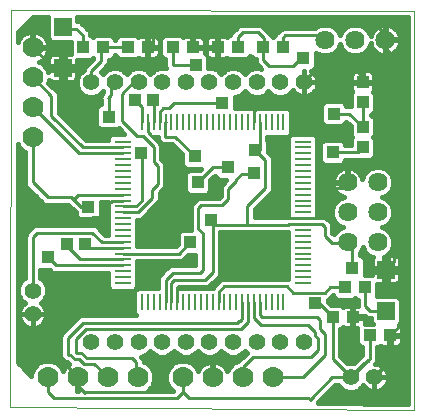
<source format=gtl>
G75*
%MOIN*%
%OFA0B0*%
%FSLAX25Y25*%
%IPPOS*%
%LPD*%
%AMOC8*
5,1,8,0,0,1.08239X$1,22.5*
%
%ADD10C,0.00000*%
%ADD11C,0.05600*%
%ADD12C,0.05550*%
%ADD13C,0.07000*%
%ADD14R,0.04331X0.03937*%
%ADD15C,0.06400*%
%ADD16R,0.05906X0.05906*%
%ADD17R,0.03937X0.04331*%
%ADD18R,0.05800X0.01100*%
%ADD19R,0.01100X0.05800*%
%ADD20R,0.04362X0.04362*%
%ADD21C,0.01000*%
%ADD22C,0.01200*%
%ADD23C,0.01600*%
D10*
X0009280Y0005500D02*
X0009497Y0138078D01*
X0143930Y0137649D01*
X0143814Y0004635D01*
X0009280Y0005500D01*
D11*
X0016780Y0036563D03*
X0016780Y0044437D03*
X0122843Y0015500D03*
X0130717Y0015500D03*
D12*
X0107213Y0027193D03*
X0099339Y0027193D03*
X0091465Y0027193D03*
X0083591Y0027193D03*
X0075717Y0027193D03*
X0067843Y0027193D03*
X0059969Y0027193D03*
X0052094Y0027193D03*
X0044220Y0027193D03*
X0036346Y0027193D03*
X0036346Y0113807D03*
X0044220Y0113807D03*
X0052094Y0113807D03*
X0059969Y0113807D03*
X0067843Y0113807D03*
X0075717Y0113807D03*
X0083591Y0113807D03*
X0091465Y0113807D03*
X0099339Y0113807D03*
X0107213Y0113807D03*
D13*
X0016780Y0115500D03*
X0016780Y0105500D03*
X0016780Y0095500D03*
X0016780Y0125500D03*
X0021780Y0015500D03*
X0031780Y0015500D03*
X0041780Y0015500D03*
X0051780Y0015500D03*
X0066780Y0015500D03*
X0076780Y0015500D03*
X0086780Y0015500D03*
X0096780Y0015500D03*
D14*
X0116840Y0035645D03*
X0123532Y0035645D03*
X0129220Y0029464D03*
X0135913Y0029464D03*
X0100126Y0125500D03*
X0093433Y0125500D03*
X0085126Y0125500D03*
X0078433Y0125500D03*
X0070126Y0125500D03*
X0063433Y0125500D03*
X0055126Y0125500D03*
X0048433Y0125500D03*
D15*
X0114280Y0128000D03*
X0124280Y0128000D03*
X0134280Y0128000D03*
X0131780Y0080500D03*
X0131780Y0070500D03*
X0131780Y0060500D03*
X0121780Y0060500D03*
X0121780Y0070500D03*
X0121780Y0080500D03*
D16*
X0134629Y0051427D03*
X0134629Y0037648D03*
X0026780Y0118610D03*
X0026780Y0132390D03*
D17*
X0033433Y0125500D03*
X0040126Y0125500D03*
X0120933Y0045500D03*
X0127626Y0045500D03*
X0126780Y0092154D03*
X0126780Y0098846D03*
X0126780Y0107154D03*
X0126780Y0113846D03*
D18*
X0106780Y0094100D03*
X0106780Y0092200D03*
X0106780Y0090200D03*
X0106780Y0088200D03*
X0106780Y0086200D03*
X0106780Y0084300D03*
X0106780Y0082300D03*
X0106780Y0080300D03*
X0106780Y0078400D03*
X0106780Y0076400D03*
X0106780Y0074400D03*
X0106780Y0072500D03*
X0106780Y0070500D03*
X0106780Y0068500D03*
X0106780Y0066600D03*
X0106780Y0064600D03*
X0106780Y0062600D03*
X0106780Y0060700D03*
X0106780Y0058700D03*
X0106780Y0056700D03*
X0106780Y0054800D03*
X0106780Y0052800D03*
X0106780Y0050800D03*
X0106780Y0048800D03*
X0106780Y0046900D03*
X0046780Y0046900D03*
X0046780Y0048800D03*
X0046780Y0050800D03*
X0046780Y0052800D03*
X0046780Y0054800D03*
X0046780Y0056700D03*
X0046780Y0058700D03*
X0046780Y0060700D03*
X0046780Y0062600D03*
X0046780Y0064600D03*
X0046780Y0066600D03*
X0046780Y0068500D03*
X0046780Y0070500D03*
X0046780Y0072500D03*
X0046780Y0074400D03*
X0046780Y0076400D03*
X0046780Y0078400D03*
X0046780Y0080300D03*
X0046780Y0082300D03*
X0046780Y0084300D03*
X0046780Y0086200D03*
X0046780Y0088200D03*
X0046780Y0090200D03*
X0046780Y0092200D03*
X0046780Y0094100D03*
D19*
X0053180Y0100500D03*
X0055080Y0100500D03*
X0057080Y0100500D03*
X0059080Y0100500D03*
X0061080Y0100500D03*
X0062980Y0100500D03*
X0064980Y0100500D03*
X0066980Y0100500D03*
X0068880Y0100500D03*
X0070880Y0100500D03*
X0072880Y0100500D03*
X0074780Y0100500D03*
X0076780Y0100500D03*
X0078780Y0100500D03*
X0080680Y0100500D03*
X0082680Y0100500D03*
X0084680Y0100500D03*
X0086580Y0100500D03*
X0088580Y0100500D03*
X0090580Y0100500D03*
X0092480Y0100500D03*
X0094480Y0100500D03*
X0096480Y0100500D03*
X0098480Y0100500D03*
X0100380Y0100500D03*
X0100380Y0040500D03*
X0098480Y0040500D03*
X0096480Y0040500D03*
X0094480Y0040500D03*
X0092480Y0040500D03*
X0090580Y0040500D03*
X0088580Y0040500D03*
X0086580Y0040500D03*
X0084680Y0040500D03*
X0082680Y0040500D03*
X0080680Y0040500D03*
X0078780Y0040500D03*
X0076780Y0040500D03*
X0074780Y0040500D03*
X0072880Y0040500D03*
X0070880Y0040500D03*
X0068880Y0040500D03*
X0066980Y0040500D03*
X0064980Y0040500D03*
X0062980Y0040500D03*
X0061080Y0040500D03*
X0059080Y0040500D03*
X0057080Y0040500D03*
X0055080Y0040500D03*
X0053180Y0040500D03*
D20*
X0069280Y0060500D03*
X0076380Y0068010D03*
X0071780Y0080500D03*
X0070773Y0089254D03*
X0060981Y0091301D03*
X0052905Y0090249D03*
X0042206Y0102431D03*
X0035111Y0106273D03*
X0051028Y0107851D03*
X0056756Y0108121D03*
X0071144Y0119486D03*
X0079993Y0106929D03*
X0090968Y0091322D03*
X0090596Y0083533D03*
X0081780Y0085500D03*
X0099048Y0069934D03*
X0099126Y0062595D03*
X0110908Y0040167D03*
X0123260Y0052095D03*
X0122445Y0022198D03*
X0116780Y0090500D03*
X0117127Y0103417D03*
X0107066Y0121917D03*
X0038689Y0067241D03*
X0035300Y0072405D03*
X0034209Y0059832D03*
X0028110Y0059860D03*
X0021780Y0055500D03*
X0019880Y0068320D03*
D21*
X0020959Y0067241D01*
X0038689Y0067241D01*
X0039280Y0067831D01*
X0039280Y0070500D01*
X0043180Y0074400D01*
X0046780Y0074400D01*
X0046780Y0072500D02*
X0051230Y0072500D01*
X0053080Y0074350D01*
X0053080Y0090074D01*
X0052905Y0090249D01*
X0057121Y0092246D02*
X0057121Y0087272D01*
X0058538Y0085855D01*
X0058538Y0080036D01*
X0056620Y0078117D01*
X0056620Y0076403D01*
X0056659Y0076363D01*
X0056659Y0075380D01*
X0051780Y0070500D01*
X0046780Y0070500D01*
X0046775Y0076396D02*
X0046780Y0076400D01*
X0046775Y0076396D02*
X0032045Y0076396D01*
X0030469Y0074820D01*
X0030365Y0074820D01*
X0029685Y0075500D01*
X0021780Y0075500D01*
X0016780Y0080500D01*
X0016780Y0095500D01*
X0022999Y0102716D02*
X0022999Y0109280D01*
X0016780Y0115500D01*
X0023669Y0118610D02*
X0016780Y0125500D01*
X0023669Y0118610D02*
X0026780Y0118610D01*
X0026860Y0118530D01*
X0026860Y0112724D01*
X0033311Y0106273D01*
X0035111Y0106273D01*
X0041892Y0108533D02*
X0042206Y0108218D01*
X0042206Y0102431D01*
X0046439Y0100841D02*
X0046643Y0100841D01*
X0051679Y0095805D01*
X0053561Y0095805D01*
X0057121Y0092246D01*
X0060981Y0091301D02*
X0055080Y0097203D01*
X0055080Y0100500D01*
X0053180Y0100500D02*
X0053180Y0105700D01*
X0051028Y0107851D01*
X0046439Y0109957D02*
X0050288Y0113807D01*
X0052094Y0113807D01*
X0046439Y0109957D02*
X0046439Y0100841D01*
X0046780Y0092200D02*
X0033515Y0092200D01*
X0022999Y0102716D01*
X0016780Y0105500D02*
X0032080Y0090200D01*
X0046780Y0090200D01*
X0057080Y0100500D02*
X0057080Y0106984D01*
X0056756Y0108121D01*
X0060190Y0105215D02*
X0062298Y0105215D01*
X0064019Y0106937D01*
X0079985Y0106937D01*
X0079993Y0106929D01*
X0090580Y0104300D02*
X0090580Y0100500D01*
X0092480Y0100500D02*
X0092480Y0091322D01*
X0090968Y0091322D01*
X0094381Y0087909D01*
X0094381Y0078637D01*
X0088256Y0072512D01*
X0088256Y0066302D01*
X0102031Y0066302D01*
X0102043Y0066314D01*
X0102329Y0066600D01*
X0106780Y0066600D01*
X0113320Y0066600D01*
X0114190Y0065730D01*
X0114190Y0062740D01*
X0116741Y0060188D01*
X0121468Y0060188D01*
X0121780Y0060500D01*
X0123260Y0059020D01*
X0123260Y0052095D01*
X0120933Y0045500D02*
X0116024Y0045500D01*
X0114229Y0043706D01*
X0103645Y0043706D01*
X0101502Y0045849D01*
X0080711Y0045849D01*
X0078780Y0043918D01*
X0078780Y0040500D01*
X0075029Y0045526D02*
X0075335Y0045832D01*
X0075440Y0045832D01*
X0077961Y0048353D01*
X0077961Y0048353D01*
X0079327Y0049718D01*
X0079327Y0059381D01*
X0079432Y0059486D01*
X0079432Y0060431D01*
X0080377Y0061377D01*
X0091093Y0061377D01*
X0091874Y0062157D01*
X0098689Y0062157D01*
X0099126Y0062595D01*
X0102043Y0066314D02*
X0078076Y0066314D01*
X0076380Y0068010D01*
X0076780Y0067610D01*
X0076780Y0050500D01*
X0074285Y0048005D01*
X0063953Y0048005D01*
X0062980Y0047032D01*
X0062980Y0040500D01*
X0061080Y0040500D02*
X0061080Y0047965D01*
X0063497Y0050383D01*
X0072597Y0050383D01*
X0073468Y0051254D01*
X0073468Y0063502D01*
X0071980Y0064989D01*
X0072068Y0065077D01*
X0072068Y0071901D01*
X0073030Y0072863D01*
X0079855Y0072863D01*
X0081956Y0074963D01*
X0081956Y0078353D01*
X0084650Y0081048D01*
X0084650Y0081503D01*
X0086573Y0083426D01*
X0090489Y0083426D01*
X0090596Y0083533D01*
X0081780Y0085500D02*
X0076780Y0085500D01*
X0071780Y0080500D01*
X0070773Y0089254D02*
X0064355Y0095671D01*
X0061068Y0095671D01*
X0061076Y0095680D01*
X0061076Y0100497D01*
X0061080Y0100500D01*
X0059080Y0100500D02*
X0059080Y0104105D01*
X0060190Y0105215D01*
X0063455Y0119486D02*
X0063455Y0125478D01*
X0063433Y0125500D01*
X0067739Y0131339D02*
X0069757Y0129322D01*
X0071521Y0131086D01*
X0071521Y0131087D01*
X0071774Y0131339D01*
X0076059Y0131339D01*
X0078433Y0128965D01*
X0078433Y0125500D01*
X0078315Y0125618D01*
X0078315Y0129069D01*
X0081833Y0132588D01*
X0131610Y0132588D01*
X0134280Y0129918D01*
X0134280Y0128000D01*
X0134280Y0125314D01*
X0137374Y0122220D01*
X0137374Y0061139D01*
X0137374Y0054172D01*
X0134629Y0051427D01*
X0137298Y0051427D01*
X0139134Y0049592D01*
X0139134Y0032684D01*
X0135913Y0029464D01*
X0135913Y0020697D01*
X0135126Y0019909D01*
X0129220Y0021878D02*
X0128433Y0021091D01*
X0129220Y0021878D02*
X0129220Y0029464D01*
X0123532Y0023286D02*
X0123532Y0035645D01*
X0127588Y0039269D02*
X0127588Y0045462D01*
X0127626Y0045500D01*
X0127588Y0039269D02*
X0129209Y0037648D01*
X0134629Y0037648D01*
X0123532Y0023286D02*
X0122445Y0022198D01*
X0116840Y0021503D02*
X0122843Y0015500D01*
X0116622Y0015500D01*
X0109507Y0008385D01*
X0109507Y0007856D01*
X0108711Y0008652D01*
X0068864Y0008652D01*
X0066780Y0010737D01*
X0066780Y0015500D01*
X0066780Y0010500D01*
X0064806Y0008526D01*
X0023877Y0008526D01*
X0021780Y0010624D01*
X0021780Y0015500D01*
X0028665Y0023027D02*
X0029294Y0023027D01*
X0030807Y0021514D01*
X0032318Y0021514D01*
X0033831Y0020000D01*
X0037279Y0020000D01*
X0041780Y0015500D01*
X0034213Y0010544D02*
X0034086Y0010418D01*
X0031780Y0012724D01*
X0031780Y0015500D01*
X0016780Y0030500D01*
X0016780Y0036563D01*
X0016780Y0044437D02*
X0016780Y0062201D01*
X0018332Y0063754D01*
X0036729Y0063754D01*
X0039881Y0060602D01*
X0046681Y0060602D01*
X0046780Y0060700D01*
X0046780Y0058700D02*
X0035342Y0058700D01*
X0034209Y0059832D01*
X0032480Y0054800D02*
X0028110Y0059169D01*
X0028110Y0059860D01*
X0032480Y0054800D02*
X0046780Y0054800D01*
X0046780Y0052800D02*
X0024480Y0052800D01*
X0021780Y0055500D01*
X0032780Y0072405D02*
X0030365Y0074820D01*
X0032780Y0072405D02*
X0035300Y0072405D01*
X0046780Y0056700D02*
X0065480Y0056700D01*
X0069280Y0060500D01*
X0064980Y0045526D02*
X0075029Y0045526D01*
X0064980Y0045526D02*
X0064980Y0040500D01*
X0059787Y0021465D02*
X0057371Y0019049D01*
X0057371Y0013286D01*
X0054629Y0010544D01*
X0034213Y0010544D01*
X0034786Y0021947D02*
X0049919Y0021947D01*
X0051319Y0020547D01*
X0051319Y0015961D01*
X0051780Y0015500D01*
X0059787Y0021465D02*
X0074600Y0021465D01*
X0076780Y0019285D01*
X0076780Y0015500D01*
X0086780Y0015500D02*
X0086780Y0018822D01*
X0090352Y0022395D01*
X0109567Y0022395D01*
X0111892Y0024721D01*
X0111892Y0028607D01*
X0111052Y0029447D01*
X0111052Y0030602D01*
X0108741Y0032913D01*
X0093029Y0032913D01*
X0090706Y0035236D01*
X0090706Y0037156D01*
X0090590Y0037271D01*
X0090590Y0040489D01*
X0090580Y0040500D01*
X0092480Y0040500D02*
X0092543Y0040436D01*
X0092543Y0036298D01*
X0093111Y0035731D01*
X0111575Y0035731D01*
X0112629Y0034677D01*
X0112629Y0031472D01*
X0114273Y0029828D01*
X0114273Y0022993D01*
X0106780Y0015500D01*
X0096780Y0015500D01*
X0086335Y0031653D02*
X0034456Y0031653D01*
X0032464Y0029661D01*
X0032464Y0029646D01*
X0031152Y0028334D01*
X0031152Y0023831D01*
X0031287Y0023697D01*
X0033036Y0023697D01*
X0034786Y0021947D01*
X0028665Y0023027D02*
X0028413Y0023279D01*
X0028413Y0028575D01*
X0033595Y0033757D01*
X0084910Y0033757D01*
X0085435Y0034282D01*
X0085959Y0034282D01*
X0086580Y0034902D01*
X0086580Y0040500D01*
X0088580Y0040500D02*
X0088580Y0033897D01*
X0086335Y0031653D01*
X0110908Y0040167D02*
X0112317Y0040167D01*
X0116840Y0035645D01*
X0116840Y0021503D01*
X0137407Y0061106D02*
X0137374Y0061139D01*
X0120004Y0078724D02*
X0121780Y0080500D01*
X0120004Y0078724D02*
X0116781Y0078724D01*
X0113981Y0075924D01*
X0113981Y0069189D01*
X0113292Y0068500D01*
X0106780Y0068500D01*
X0100482Y0068500D01*
X0099048Y0069934D01*
X0116780Y0090500D02*
X0125126Y0090500D01*
X0126780Y0092154D01*
X0126780Y0098846D02*
X0122209Y0103417D01*
X0117127Y0103417D01*
X0126780Y0107154D02*
X0126780Y0098846D01*
X0126780Y0113846D02*
X0131817Y0113846D01*
X0134393Y0116423D01*
X0134393Y0127886D01*
X0134280Y0128000D01*
X0124974Y0117305D02*
X0126780Y0115500D01*
X0126780Y0113846D01*
X0124974Y0117305D02*
X0110198Y0117305D01*
X0107213Y0114319D01*
X0107213Y0113807D01*
X0107174Y0113768D01*
X0107174Y0108734D01*
X0103940Y0105500D01*
X0091780Y0105500D01*
X0090580Y0104300D01*
X0095725Y0119192D02*
X0093605Y0121311D01*
X0093605Y0125328D01*
X0093433Y0125500D01*
X0093792Y0125859D01*
X0093792Y0128596D01*
X0091889Y0130500D01*
X0086780Y0130500D01*
X0085126Y0128846D01*
X0085126Y0125500D01*
X0095725Y0119192D02*
X0103436Y0119192D01*
X0106161Y0121917D01*
X0107066Y0121917D01*
X0100126Y0125500D02*
X0100126Y0128735D01*
X0100933Y0129542D01*
X0112738Y0129542D01*
X0114280Y0128000D01*
X0071144Y0119486D02*
X0063455Y0119486D01*
X0069757Y0125869D02*
X0070126Y0125500D01*
X0069757Y0125869D02*
X0069757Y0129322D01*
X0067739Y0131339D02*
X0058666Y0131339D01*
X0056780Y0129453D01*
X0056780Y0125500D01*
X0055126Y0125500D01*
X0048433Y0125500D02*
X0040126Y0125500D01*
X0039599Y0124973D01*
X0039599Y0120892D01*
X0036346Y0117640D01*
X0036346Y0113807D01*
X0041892Y0108533D02*
X0042839Y0109481D01*
X0042839Y0112426D01*
X0044220Y0113807D01*
X0033433Y0125500D02*
X0033433Y0129737D01*
X0031410Y0131760D01*
X0027409Y0131760D01*
X0026780Y0132390D01*
X0053080Y0074350D02*
X0053080Y0074350D01*
D22*
X0122843Y0015500D02*
X0128433Y0021091D01*
X0130717Y0015500D02*
X0135126Y0019909D01*
D23*
X0134225Y0018497D02*
X0133713Y0019009D01*
X0133127Y0019434D01*
X0132482Y0019763D01*
X0131794Y0019987D01*
X0131079Y0020100D01*
X0130978Y0020100D01*
X0131340Y0020462D01*
X0131720Y0021380D01*
X0131720Y0025495D01*
X0132214Y0025495D01*
X0132726Y0026007D01*
X0133053Y0025818D01*
X0133511Y0025695D01*
X0135729Y0025695D01*
X0135729Y0029279D01*
X0136097Y0029279D01*
X0136097Y0025695D01*
X0138316Y0025695D01*
X0138773Y0025818D01*
X0139184Y0026055D01*
X0139519Y0026390D01*
X0139756Y0026800D01*
X0139879Y0027258D01*
X0139879Y0029279D01*
X0136098Y0029279D01*
X0136098Y0029648D01*
X0139879Y0029648D01*
X0139879Y0031669D01*
X0139756Y0032127D01*
X0139519Y0032537D01*
X0139184Y0032872D01*
X0138806Y0033091D01*
X0139582Y0033867D01*
X0139582Y0041429D01*
X0138411Y0042601D01*
X0131594Y0042601D01*
X0131594Y0046675D01*
X0133953Y0046675D01*
X0133953Y0050751D01*
X0135306Y0050751D01*
X0135306Y0052104D01*
X0139382Y0052104D01*
X0139382Y0054617D01*
X0139259Y0055075D01*
X0139023Y0055485D01*
X0138687Y0055821D01*
X0138277Y0056058D01*
X0137819Y0056180D01*
X0135306Y0056180D01*
X0135306Y0052104D01*
X0133953Y0052104D01*
X0133953Y0055772D01*
X0134725Y0056092D01*
X0136188Y0057554D01*
X0136980Y0059466D01*
X0136980Y0061534D01*
X0136188Y0063446D01*
X0134725Y0064908D01*
X0133297Y0065500D01*
X0134725Y0066092D01*
X0136188Y0067554D01*
X0136980Y0069466D01*
X0136980Y0071534D01*
X0136188Y0073446D01*
X0134725Y0074908D01*
X0133297Y0075500D01*
X0134725Y0076092D01*
X0136188Y0077554D01*
X0136980Y0079466D01*
X0136980Y0081534D01*
X0136188Y0083446D01*
X0134725Y0084908D01*
X0132814Y0085700D01*
X0130745Y0085700D01*
X0128834Y0084908D01*
X0127371Y0083446D01*
X0126647Y0081698D01*
X0126413Y0082419D01*
X0126056Y0083121D01*
X0125593Y0083757D01*
X0125037Y0084314D01*
X0124400Y0084776D01*
X0123699Y0085134D01*
X0122950Y0085377D01*
X0122173Y0085500D01*
X0121865Y0085500D01*
X0121865Y0080586D01*
X0121694Y0080586D01*
X0121694Y0085500D01*
X0121386Y0085500D01*
X0120609Y0085377D01*
X0119860Y0085134D01*
X0119159Y0084776D01*
X0118522Y0084314D01*
X0117966Y0083757D01*
X0117503Y0083121D01*
X0117146Y0082419D01*
X0116903Y0081671D01*
X0116780Y0080894D01*
X0116780Y0080586D01*
X0121694Y0080586D01*
X0121694Y0080414D01*
X0116780Y0080414D01*
X0116780Y0080106D01*
X0116903Y0079329D01*
X0117146Y0078581D01*
X0117503Y0077879D01*
X0117966Y0077243D01*
X0118522Y0076686D01*
X0119159Y0076224D01*
X0119860Y0075866D01*
X0120581Y0075632D01*
X0118834Y0074908D01*
X0117371Y0073446D01*
X0116580Y0071534D01*
X0116580Y0069466D01*
X0117371Y0067554D01*
X0118834Y0066092D01*
X0120262Y0065500D01*
X0118834Y0064908D01*
X0117371Y0063446D01*
X0117268Y0063197D01*
X0116690Y0063775D01*
X0116690Y0066228D01*
X0116309Y0067146D01*
X0115606Y0067850D01*
X0114736Y0068719D01*
X0113817Y0069100D01*
X0111658Y0069100D01*
X0111680Y0069122D01*
X0111680Y0095478D01*
X0110508Y0096650D01*
X0103051Y0096650D01*
X0101880Y0095478D01*
X0101880Y0069122D01*
X0101901Y0069100D01*
X0101832Y0069100D01*
X0101141Y0068814D01*
X0090756Y0068814D01*
X0090756Y0071476D01*
X0095797Y0076517D01*
X0096500Y0077221D01*
X0096881Y0078140D01*
X0096881Y0088407D01*
X0096500Y0089326D01*
X0095149Y0090676D01*
X0095149Y0094332D01*
X0094980Y0094501D01*
X0094980Y0095600D01*
X0101758Y0095600D01*
X0102930Y0096772D01*
X0102930Y0104228D01*
X0101758Y0105400D01*
X0091101Y0105400D01*
X0090901Y0105200D01*
X0090580Y0105200D01*
X0090580Y0104878D01*
X0090579Y0104878D01*
X0090579Y0105200D01*
X0090158Y0105200D01*
X0089958Y0105400D01*
X0084174Y0105400D01*
X0084174Y0109032D01*
X0084540Y0109032D01*
X0086295Y0109759D01*
X0087528Y0110992D01*
X0088760Y0109759D01*
X0090515Y0109032D01*
X0092414Y0109032D01*
X0094169Y0109759D01*
X0095402Y0110992D01*
X0096634Y0109759D01*
X0098389Y0109032D01*
X0100288Y0109032D01*
X0102043Y0109759D01*
X0103386Y0111102D01*
X0103436Y0111222D01*
X0103723Y0110827D01*
X0104232Y0110318D01*
X0104815Y0109894D01*
X0105456Y0109567D01*
X0106141Y0109345D01*
X0106853Y0109232D01*
X0107213Y0109232D01*
X0107573Y0109232D01*
X0108284Y0109345D01*
X0108969Y0109567D01*
X0109610Y0109894D01*
X0110193Y0110318D01*
X0110702Y0110827D01*
X0111125Y0111409D01*
X0111452Y0112051D01*
X0111675Y0112736D01*
X0111787Y0113447D01*
X0111787Y0113807D01*
X0107213Y0113807D01*
X0107213Y0113807D01*
X0111787Y0113807D01*
X0111787Y0114167D01*
X0111675Y0114878D01*
X0111452Y0115563D01*
X0111125Y0116205D01*
X0110702Y0116787D01*
X0110193Y0117297D01*
X0109610Y0117720D01*
X0109579Y0117736D01*
X0110076Y0117736D01*
X0111247Y0118907D01*
X0111247Y0123678D01*
X0111334Y0123592D01*
X0113245Y0122800D01*
X0115314Y0122800D01*
X0117225Y0123592D01*
X0118688Y0125054D01*
X0119280Y0126483D01*
X0119871Y0125054D01*
X0121334Y0123592D01*
X0123245Y0122800D01*
X0125314Y0122800D01*
X0127225Y0123592D01*
X0128688Y0125054D01*
X0129412Y0126802D01*
X0129646Y0126081D01*
X0130003Y0125379D01*
X0130466Y0124743D01*
X0131022Y0124186D01*
X0131659Y0123724D01*
X0132360Y0123366D01*
X0133109Y0123123D01*
X0133886Y0123000D01*
X0134080Y0123000D01*
X0134080Y0127800D01*
X0134480Y0127800D01*
X0134480Y0128200D01*
X0139280Y0128200D01*
X0139280Y0128394D01*
X0139156Y0129171D01*
X0138913Y0129919D01*
X0138556Y0130621D01*
X0138093Y0131257D01*
X0137537Y0131814D01*
X0136900Y0132276D01*
X0136199Y0132634D01*
X0135450Y0132877D01*
X0134673Y0133000D01*
X0134480Y0133000D01*
X0134480Y0128200D01*
X0134080Y0128200D01*
X0134080Y0133000D01*
X0133886Y0133000D01*
X0133109Y0132877D01*
X0132360Y0132634D01*
X0131659Y0132276D01*
X0131022Y0131814D01*
X0130466Y0131257D01*
X0130003Y0130621D01*
X0129646Y0129919D01*
X0129412Y0129198D01*
X0128688Y0130946D01*
X0127225Y0132408D01*
X0125314Y0133200D01*
X0123245Y0133200D01*
X0121334Y0132408D01*
X0119871Y0130946D01*
X0119280Y0129517D01*
X0118688Y0130946D01*
X0117225Y0132408D01*
X0115314Y0133200D01*
X0113245Y0133200D01*
X0111334Y0132408D01*
X0110967Y0132042D01*
X0100436Y0132042D01*
X0099517Y0131661D01*
X0098814Y0130958D01*
X0098007Y0130151D01*
X0097724Y0129468D01*
X0097132Y0129468D01*
X0096780Y0129116D01*
X0096427Y0129468D01*
X0096137Y0129468D01*
X0095912Y0130012D01*
X0095208Y0130716D01*
X0093305Y0132619D01*
X0092386Y0133000D01*
X0086282Y0133000D01*
X0085363Y0132619D01*
X0084660Y0131916D01*
X0083007Y0130263D01*
X0082678Y0129468D01*
X0082132Y0129468D01*
X0081621Y0128957D01*
X0081293Y0129146D01*
X0080835Y0129268D01*
X0078617Y0129268D01*
X0078617Y0125684D01*
X0078249Y0125684D01*
X0078249Y0125316D01*
X0074468Y0125316D01*
X0074468Y0123353D01*
X0074153Y0123668D01*
X0074091Y0123668D01*
X0074091Y0125316D01*
X0070310Y0125316D01*
X0070310Y0125684D01*
X0069942Y0125684D01*
X0069942Y0129268D01*
X0067724Y0129268D01*
X0067266Y0129146D01*
X0066938Y0128957D01*
X0066427Y0129468D01*
X0060439Y0129468D01*
X0059268Y0128297D01*
X0059268Y0122703D01*
X0060439Y0121531D01*
X0060955Y0121531D01*
X0060955Y0118989D01*
X0061167Y0118479D01*
X0060918Y0118582D01*
X0059019Y0118582D01*
X0057264Y0117855D01*
X0056031Y0116623D01*
X0054799Y0117855D01*
X0053044Y0118582D01*
X0051145Y0118582D01*
X0049390Y0117855D01*
X0048157Y0116623D01*
X0046925Y0117855D01*
X0045170Y0118582D01*
X0043271Y0118582D01*
X0041516Y0117855D01*
X0040283Y0116623D01*
X0039574Y0117332D01*
X0041015Y0118772D01*
X0041718Y0119476D01*
X0042099Y0120394D01*
X0042099Y0121335D01*
X0042923Y0121335D01*
X0044094Y0122506D01*
X0044094Y0123000D01*
X0044268Y0123000D01*
X0044268Y0122703D01*
X0045439Y0121531D01*
X0051427Y0121531D01*
X0051938Y0122043D01*
X0052266Y0121854D01*
X0052724Y0121731D01*
X0054942Y0121731D01*
X0054942Y0125316D01*
X0055310Y0125316D01*
X0055310Y0125684D01*
X0054942Y0125684D01*
X0054942Y0129268D01*
X0052724Y0129268D01*
X0052266Y0129146D01*
X0051938Y0128957D01*
X0051427Y0129468D01*
X0045439Y0129468D01*
X0044268Y0128297D01*
X0044268Y0128000D01*
X0044094Y0128000D01*
X0044094Y0128494D01*
X0042923Y0129665D01*
X0037329Y0129665D01*
X0036780Y0129116D01*
X0036230Y0129665D01*
X0035933Y0129665D01*
X0035933Y0130234D01*
X0035552Y0131153D01*
X0033529Y0133177D01*
X0032826Y0133880D01*
X0031907Y0134260D01*
X0031732Y0134260D01*
X0031732Y0135500D01*
X0141780Y0135500D01*
X0141780Y0006648D01*
X0111793Y0006841D01*
X0112000Y0007342D01*
X0117658Y0013000D01*
X0118683Y0013000D01*
X0118773Y0012781D01*
X0120124Y0011431D01*
X0121888Y0010700D01*
X0123797Y0010700D01*
X0125561Y0011431D01*
X0126912Y0012781D01*
X0126946Y0012864D01*
X0127208Y0012503D01*
X0127720Y0011991D01*
X0128306Y0011566D01*
X0128951Y0011237D01*
X0129639Y0011013D01*
X0130354Y0010900D01*
X0130716Y0010900D01*
X0130716Y0015500D01*
X0130717Y0015500D01*
X0135317Y0015500D01*
X0135317Y0015862D01*
X0135203Y0016577D01*
X0134980Y0017266D01*
X0134651Y0017911D01*
X0134225Y0018497D01*
X0134377Y0018288D02*
X0141780Y0018288D01*
X0141780Y0016690D02*
X0135167Y0016690D01*
X0135317Y0015500D02*
X0135317Y0015138D01*
X0135203Y0014423D01*
X0134980Y0013734D01*
X0134651Y0013089D01*
X0134225Y0012503D01*
X0133713Y0011991D01*
X0133127Y0011566D01*
X0132482Y0011237D01*
X0131794Y0011013D01*
X0131079Y0010900D01*
X0130717Y0010900D01*
X0130717Y0015500D01*
X0130717Y0015500D01*
X0135317Y0015500D01*
X0135309Y0015091D02*
X0141780Y0015091D01*
X0141780Y0013493D02*
X0134856Y0013493D01*
X0133579Y0011894D02*
X0141780Y0011894D01*
X0141780Y0010296D02*
X0114953Y0010296D01*
X0116552Y0011894D02*
X0119660Y0011894D01*
X0126025Y0011894D02*
X0127854Y0011894D01*
X0130716Y0011894D02*
X0130717Y0011894D01*
X0130716Y0013493D02*
X0130717Y0013493D01*
X0130716Y0015091D02*
X0130717Y0015091D01*
X0132102Y0019887D02*
X0141780Y0019887D01*
X0141780Y0021485D02*
X0131720Y0021485D01*
X0131720Y0023084D02*
X0141780Y0023084D01*
X0141780Y0024682D02*
X0131720Y0024682D01*
X0135729Y0026281D02*
X0136097Y0026281D01*
X0136097Y0027879D02*
X0135729Y0027879D01*
X0136098Y0029478D02*
X0141780Y0029478D01*
X0141780Y0031076D02*
X0139879Y0031076D01*
X0139382Y0032675D02*
X0141780Y0032675D01*
X0141780Y0034273D02*
X0139582Y0034273D01*
X0139582Y0035872D02*
X0141780Y0035872D01*
X0141780Y0037470D02*
X0139582Y0037470D01*
X0139582Y0039069D02*
X0141780Y0039069D01*
X0141780Y0040667D02*
X0139582Y0040667D01*
X0138745Y0042266D02*
X0141780Y0042266D01*
X0141780Y0043864D02*
X0131594Y0043864D01*
X0131594Y0045463D02*
X0141780Y0045463D01*
X0141780Y0047061D02*
X0138714Y0047061D01*
X0138687Y0047034D02*
X0139023Y0047369D01*
X0139259Y0047780D01*
X0139382Y0048238D01*
X0139382Y0050751D01*
X0135306Y0050751D01*
X0135306Y0046675D01*
X0137819Y0046675D01*
X0138277Y0046797D01*
X0138687Y0047034D01*
X0139382Y0048660D02*
X0141780Y0048660D01*
X0141780Y0050258D02*
X0139382Y0050258D01*
X0141780Y0051857D02*
X0135306Y0051857D01*
X0133953Y0051857D02*
X0127441Y0051857D01*
X0127441Y0053455D02*
X0129877Y0053455D01*
X0129877Y0054617D02*
X0129877Y0052104D01*
X0133953Y0052104D01*
X0133953Y0050751D01*
X0129877Y0050751D01*
X0129877Y0049665D01*
X0127441Y0049665D01*
X0127441Y0055104D01*
X0126269Y0056276D01*
X0125760Y0056276D01*
X0125760Y0057126D01*
X0126188Y0057554D01*
X0126780Y0058983D01*
X0127371Y0057554D01*
X0128834Y0056092D01*
X0130254Y0055503D01*
X0130236Y0055485D01*
X0129999Y0055075D01*
X0129877Y0054617D01*
X0129994Y0055054D02*
X0127441Y0055054D01*
X0128273Y0056652D02*
X0125760Y0056652D01*
X0126476Y0058251D02*
X0127083Y0058251D01*
X0133953Y0055054D02*
X0135306Y0055054D01*
X0135306Y0053455D02*
X0133953Y0053455D01*
X0133953Y0050258D02*
X0135306Y0050258D01*
X0135306Y0048660D02*
X0133953Y0048660D01*
X0133953Y0047061D02*
X0135306Y0047061D01*
X0129877Y0050258D02*
X0127441Y0050258D01*
X0124280Y0041884D02*
X0124829Y0041335D01*
X0125088Y0041335D01*
X0125088Y0039413D01*
X0123717Y0039413D01*
X0123717Y0035829D01*
X0127492Y0035829D01*
X0127793Y0035529D01*
X0128712Y0035148D01*
X0129677Y0035148D01*
X0129677Y0033867D01*
X0130111Y0033432D01*
X0127496Y0033432D01*
X0127498Y0033439D01*
X0127498Y0035460D01*
X0123717Y0035460D01*
X0123717Y0031876D01*
X0125055Y0031876D01*
X0125055Y0026667D01*
X0126227Y0025495D01*
X0126720Y0025495D01*
X0126720Y0023055D01*
X0123916Y0020251D01*
X0123797Y0020300D01*
X0121888Y0020300D01*
X0121669Y0020209D01*
X0119340Y0022538D01*
X0119340Y0031676D01*
X0119833Y0031676D01*
X0120345Y0032188D01*
X0120672Y0031999D01*
X0121130Y0031876D01*
X0123348Y0031876D01*
X0123348Y0035460D01*
X0123717Y0035460D01*
X0123717Y0035829D01*
X0123348Y0035829D01*
X0123348Y0039413D01*
X0121130Y0039413D01*
X0120672Y0039290D01*
X0120345Y0039101D01*
X0119833Y0039613D01*
X0116407Y0039613D01*
X0115089Y0040931D01*
X0115089Y0041356D01*
X0115646Y0041586D01*
X0116349Y0042290D01*
X0116965Y0042905D01*
X0116965Y0042506D01*
X0118136Y0041335D01*
X0123730Y0041335D01*
X0124280Y0041884D01*
X0125088Y0040667D02*
X0115352Y0040667D01*
X0116325Y0042266D02*
X0117205Y0042266D01*
X0123348Y0039069D02*
X0123717Y0039069D01*
X0123717Y0037470D02*
X0123348Y0037470D01*
X0123348Y0035872D02*
X0123717Y0035872D01*
X0123717Y0034273D02*
X0123348Y0034273D01*
X0123348Y0032675D02*
X0123717Y0032675D01*
X0125055Y0031076D02*
X0119340Y0031076D01*
X0119340Y0029478D02*
X0125055Y0029478D01*
X0125055Y0027879D02*
X0119340Y0027879D01*
X0119340Y0026281D02*
X0125441Y0026281D01*
X0126720Y0024682D02*
X0119340Y0024682D01*
X0119340Y0023084D02*
X0126720Y0023084D01*
X0125151Y0021485D02*
X0120393Y0021485D01*
X0127498Y0034273D02*
X0129677Y0034273D01*
X0139410Y0026281D02*
X0141780Y0026281D01*
X0141780Y0027879D02*
X0139879Y0027879D01*
X0141780Y0008697D02*
X0113355Y0008697D01*
X0111899Y0007099D02*
X0141780Y0007099D01*
X0101880Y0048349D02*
X0080213Y0048349D01*
X0079294Y0047969D01*
X0077363Y0046038D01*
X0076726Y0045400D01*
X0075401Y0045400D01*
X0065601Y0045400D01*
X0065480Y0045278D01*
X0065480Y0045505D01*
X0074782Y0045505D01*
X0075701Y0045886D01*
X0078196Y0048381D01*
X0078899Y0049084D01*
X0079280Y0050003D01*
X0079280Y0063814D01*
X0087729Y0063814D01*
X0087758Y0063802D01*
X0101880Y0063802D01*
X0101880Y0048349D01*
X0101880Y0048660D02*
X0078475Y0048660D01*
X0078196Y0048381D02*
X0078196Y0048381D01*
X0078387Y0047061D02*
X0076876Y0047061D01*
X0076789Y0045463D02*
X0065480Y0045463D01*
X0059837Y0050258D02*
X0051680Y0050258D01*
X0051680Y0048660D02*
X0058661Y0048660D01*
X0058580Y0048463D02*
X0058580Y0047468D01*
X0058580Y0045400D01*
X0051801Y0045400D01*
X0050630Y0044228D01*
X0050630Y0036772D01*
X0051144Y0036257D01*
X0033098Y0036257D01*
X0032179Y0035877D01*
X0026997Y0030694D01*
X0026293Y0029991D01*
X0025913Y0029072D01*
X0025913Y0022781D01*
X0026293Y0021863D01*
X0026545Y0021611D01*
X0027249Y0020907D01*
X0028167Y0020527D01*
X0028258Y0020527D01*
X0028688Y0020097D01*
X0028857Y0019928D01*
X0028327Y0019543D01*
X0027737Y0018953D01*
X0027247Y0018278D01*
X0026880Y0017558D01*
X0026442Y0018615D01*
X0024895Y0020163D01*
X0022874Y0021000D01*
X0020685Y0021000D01*
X0018664Y0020163D01*
X0017117Y0018615D01*
X0016280Y0016594D01*
X0016280Y0016000D01*
X0011780Y0020500D01*
X0011780Y0093199D01*
X0012117Y0092384D01*
X0013664Y0090837D01*
X0014280Y0090582D01*
X0014280Y0080003D01*
X0014660Y0079084D01*
X0019660Y0074084D01*
X0020363Y0073381D01*
X0021282Y0073000D01*
X0028650Y0073000D01*
X0028948Y0072701D01*
X0028948Y0072701D01*
X0031119Y0070531D01*
X0031119Y0069395D01*
X0032290Y0068224D01*
X0038309Y0068224D01*
X0039481Y0069395D01*
X0039481Y0073896D01*
X0041897Y0073896D01*
X0041880Y0073878D01*
X0041880Y0063102D01*
X0040916Y0063102D01*
X0038145Y0065874D01*
X0037226Y0066254D01*
X0017835Y0066254D01*
X0016916Y0065874D01*
X0016213Y0065170D01*
X0014660Y0063618D01*
X0014280Y0062699D01*
X0014280Y0048597D01*
X0014061Y0048506D01*
X0012710Y0047156D01*
X0011980Y0045392D01*
X0011980Y0043482D01*
X0012710Y0041718D01*
X0014061Y0040368D01*
X0014143Y0040334D01*
X0013783Y0040072D01*
X0013271Y0039560D01*
X0012845Y0038974D01*
X0012517Y0038329D01*
X0012293Y0037640D01*
X0012180Y0036925D01*
X0012180Y0036563D01*
X0012180Y0036201D01*
X0012293Y0035486D01*
X0012517Y0034797D01*
X0012845Y0034152D01*
X0013271Y0033566D01*
X0013783Y0033054D01*
X0014369Y0032629D01*
X0015014Y0032300D01*
X0015702Y0032076D01*
X0016417Y0031963D01*
X0016779Y0031963D01*
X0016779Y0036563D01*
X0012180Y0036563D01*
X0016779Y0036563D01*
X0016779Y0036563D01*
X0016780Y0036563D01*
X0021380Y0036563D01*
X0021380Y0036925D01*
X0021266Y0037640D01*
X0021043Y0038329D01*
X0020714Y0038974D01*
X0020288Y0039560D01*
X0019776Y0040072D01*
X0019416Y0040334D01*
X0019498Y0040368D01*
X0020849Y0041718D01*
X0021580Y0043482D01*
X0021580Y0045392D01*
X0020849Y0047156D01*
X0019498Y0048506D01*
X0019280Y0048597D01*
X0019280Y0051319D01*
X0022425Y0051319D01*
X0023063Y0050681D01*
X0023982Y0050300D01*
X0041880Y0050300D01*
X0041880Y0045522D01*
X0043051Y0044350D01*
X0050508Y0044350D01*
X0051680Y0045522D01*
X0051680Y0054200D01*
X0065977Y0054200D01*
X0066896Y0054581D01*
X0068634Y0056319D01*
X0070968Y0056319D01*
X0070968Y0052883D01*
X0063000Y0052883D01*
X0062081Y0052503D01*
X0061378Y0051799D01*
X0058960Y0049382D01*
X0058580Y0048463D01*
X0058580Y0047061D02*
X0051680Y0047061D01*
X0051621Y0045463D02*
X0058580Y0045463D01*
X0061435Y0051857D02*
X0051680Y0051857D01*
X0051680Y0053455D02*
X0070968Y0053455D01*
X0070968Y0055054D02*
X0067369Y0055054D01*
X0064444Y0059200D02*
X0051680Y0059200D01*
X0051680Y0068000D01*
X0052277Y0068000D01*
X0053196Y0068381D01*
X0058075Y0073260D01*
X0058779Y0073964D01*
X0059159Y0074882D01*
X0059159Y0076861D01*
X0059120Y0076956D01*
X0059120Y0077082D01*
X0059954Y0077916D01*
X0060658Y0078620D01*
X0061038Y0079538D01*
X0061038Y0086352D01*
X0060658Y0087271D01*
X0059621Y0088307D01*
X0059621Y0092743D01*
X0059241Y0093662D01*
X0057302Y0095600D01*
X0058568Y0095600D01*
X0058568Y0095174D01*
X0058949Y0094255D01*
X0059652Y0093552D01*
X0060571Y0093171D01*
X0063320Y0093171D01*
X0066592Y0089900D01*
X0066592Y0086245D01*
X0067763Y0085073D01*
X0072817Y0085073D01*
X0072425Y0084681D01*
X0068770Y0084681D01*
X0067598Y0083510D01*
X0067598Y0077490D01*
X0068770Y0076319D01*
X0074789Y0076319D01*
X0075961Y0077490D01*
X0075961Y0081146D01*
X0077598Y0082783D01*
X0077598Y0082490D01*
X0078770Y0081319D01*
X0081386Y0081319D01*
X0079836Y0079769D01*
X0079456Y0078850D01*
X0079456Y0075998D01*
X0078820Y0075363D01*
X0072533Y0075363D01*
X0071614Y0074982D01*
X0070911Y0074279D01*
X0069948Y0073317D01*
X0069568Y0072398D01*
X0069568Y0065698D01*
X0069480Y0065487D01*
X0069480Y0064681D01*
X0066270Y0064681D01*
X0065098Y0063510D01*
X0065098Y0059854D01*
X0064444Y0059200D01*
X0065093Y0059849D02*
X0051680Y0059849D01*
X0051680Y0061448D02*
X0065098Y0061448D01*
X0065098Y0063046D02*
X0051680Y0063046D01*
X0051680Y0064645D02*
X0066234Y0064645D01*
X0069568Y0066243D02*
X0051680Y0066243D01*
X0051680Y0067842D02*
X0069568Y0067842D01*
X0069568Y0069440D02*
X0054256Y0069440D01*
X0055854Y0071039D02*
X0069568Y0071039D01*
X0069667Y0072637D02*
X0057453Y0072637D01*
X0058891Y0074236D02*
X0070868Y0074236D01*
X0067656Y0077433D02*
X0059471Y0077433D01*
X0059159Y0075834D02*
X0079292Y0075834D01*
X0079456Y0077433D02*
X0075903Y0077433D01*
X0075961Y0079032D02*
X0079531Y0079032D01*
X0080697Y0080630D02*
X0075961Y0080630D01*
X0077044Y0082229D02*
X0077860Y0082229D01*
X0067916Y0083827D02*
X0061038Y0083827D01*
X0061038Y0082229D02*
X0067598Y0082229D01*
X0067598Y0080630D02*
X0061038Y0080630D01*
X0060828Y0079032D02*
X0067598Y0079032D01*
X0067411Y0085426D02*
X0061038Y0085426D01*
X0060760Y0087024D02*
X0066592Y0087024D01*
X0066592Y0088623D02*
X0059621Y0088623D01*
X0059621Y0090221D02*
X0066270Y0090221D01*
X0064672Y0091820D02*
X0059621Y0091820D01*
X0059341Y0093418D02*
X0059976Y0093418D01*
X0058634Y0095017D02*
X0057886Y0095017D01*
X0047299Y0096650D02*
X0043051Y0096650D01*
X0041880Y0095478D01*
X0041880Y0094700D01*
X0034551Y0094700D01*
X0025499Y0103752D01*
X0025499Y0109778D01*
X0025118Y0110697D01*
X0022025Y0113790D01*
X0022280Y0114406D01*
X0022280Y0114737D01*
X0022386Y0114552D01*
X0022722Y0114217D01*
X0023132Y0113980D01*
X0023590Y0113857D01*
X0026103Y0113857D01*
X0026103Y0117934D01*
X0022027Y0117934D01*
X0022027Y0117204D01*
X0021442Y0118615D01*
X0019895Y0120163D01*
X0018838Y0120601D01*
X0019557Y0120967D01*
X0020232Y0121457D01*
X0020822Y0122047D01*
X0021312Y0122722D01*
X0021691Y0123466D01*
X0021949Y0124259D01*
X0022080Y0125083D01*
X0022080Y0125300D01*
X0016980Y0125300D01*
X0016980Y0125700D01*
X0022080Y0125700D01*
X0022080Y0125917D01*
X0021949Y0126741D01*
X0021691Y0127534D01*
X0021312Y0128278D01*
X0020822Y0128953D01*
X0020232Y0129543D01*
X0019557Y0130033D01*
X0018814Y0130412D01*
X0018021Y0130669D01*
X0017197Y0130800D01*
X0016980Y0130800D01*
X0016980Y0125700D01*
X0016580Y0125700D01*
X0016580Y0130800D01*
X0016362Y0130800D01*
X0015538Y0130669D01*
X0014745Y0130412D01*
X0014002Y0130033D01*
X0013327Y0129543D01*
X0012737Y0128953D01*
X0012247Y0128278D01*
X0011868Y0127534D01*
X0011780Y0127263D01*
X0011780Y0130500D01*
X0016780Y0135500D01*
X0021827Y0135500D01*
X0021827Y0128609D01*
X0022998Y0127437D01*
X0029465Y0127437D01*
X0029465Y0123363D01*
X0027456Y0123363D01*
X0027456Y0119287D01*
X0026103Y0119287D01*
X0026103Y0123363D01*
X0023590Y0123363D01*
X0023132Y0123240D01*
X0022722Y0123003D01*
X0022386Y0122668D01*
X0022149Y0122258D01*
X0022027Y0121800D01*
X0022027Y0119287D01*
X0026103Y0119287D01*
X0026103Y0117934D01*
X0027456Y0117934D01*
X0027456Y0119287D01*
X0031532Y0119287D01*
X0031532Y0121335D01*
X0036230Y0121335D01*
X0036780Y0121884D01*
X0036918Y0121746D01*
X0034227Y0119056D01*
X0033846Y0118137D01*
X0033846Y0117940D01*
X0033642Y0117855D01*
X0032299Y0116512D01*
X0031572Y0114757D01*
X0031572Y0112857D01*
X0032299Y0111102D01*
X0033642Y0109759D01*
X0035397Y0109032D01*
X0037296Y0109032D01*
X0039051Y0109759D01*
X0040283Y0110992D01*
X0040339Y0110936D01*
X0040339Y0110517D01*
X0039772Y0109949D01*
X0039392Y0109030D01*
X0039392Y0108036D01*
X0039706Y0107276D01*
X0039706Y0106612D01*
X0039197Y0106612D01*
X0038025Y0105440D01*
X0038025Y0099421D01*
X0039197Y0098250D01*
X0045216Y0098250D01*
X0045457Y0098491D01*
X0047299Y0096650D01*
X0045735Y0098214D02*
X0031037Y0098214D01*
X0029439Y0099812D02*
X0038025Y0099812D01*
X0038025Y0101411D02*
X0027840Y0101411D01*
X0026242Y0103009D02*
X0038025Y0103009D01*
X0038025Y0104608D02*
X0025499Y0104608D01*
X0025499Y0106206D02*
X0038791Y0106206D01*
X0039487Y0107805D02*
X0025499Y0107805D01*
X0025499Y0109403D02*
X0034501Y0109403D01*
X0032399Y0111002D02*
X0024813Y0111002D01*
X0023215Y0112600D02*
X0031678Y0112600D01*
X0031572Y0114199D02*
X0030806Y0114199D01*
X0030837Y0114217D02*
X0031173Y0114552D01*
X0031410Y0114963D01*
X0031532Y0115420D01*
X0031532Y0117934D01*
X0027456Y0117934D01*
X0027456Y0113857D01*
X0029969Y0113857D01*
X0030427Y0113980D01*
X0030837Y0114217D01*
X0031532Y0115797D02*
X0032003Y0115797D01*
X0031532Y0117396D02*
X0033183Y0117396D01*
X0034202Y0118994D02*
X0027456Y0118994D01*
X0026103Y0118994D02*
X0021063Y0118994D01*
X0021947Y0117396D02*
X0022027Y0117396D01*
X0022027Y0120593D02*
X0018857Y0120593D01*
X0020927Y0122191D02*
X0022132Y0122191D01*
X0021797Y0123790D02*
X0029465Y0123790D01*
X0029465Y0125388D02*
X0016980Y0125388D01*
X0016980Y0126987D02*
X0016580Y0126987D01*
X0016580Y0128585D02*
X0016980Y0128585D01*
X0016980Y0130184D02*
X0016580Y0130184D01*
X0014298Y0130184D02*
X0011780Y0130184D01*
X0011780Y0128585D02*
X0012470Y0128585D01*
X0013062Y0131782D02*
X0021827Y0131782D01*
X0021827Y0130184D02*
X0019261Y0130184D01*
X0021089Y0128585D02*
X0021850Y0128585D01*
X0021869Y0126987D02*
X0029465Y0126987D01*
X0027456Y0122191D02*
X0026103Y0122191D01*
X0026103Y0120593D02*
X0027456Y0120593D01*
X0027456Y0117396D02*
X0026103Y0117396D01*
X0026103Y0115797D02*
X0027456Y0115797D01*
X0027456Y0114199D02*
X0026103Y0114199D01*
X0022753Y0114199D02*
X0022194Y0114199D01*
X0031532Y0120593D02*
X0035764Y0120593D01*
X0039638Y0117396D02*
X0041057Y0117396D01*
X0041237Y0118994D02*
X0060955Y0118994D01*
X0060955Y0120593D02*
X0042099Y0120593D01*
X0043780Y0122191D02*
X0044779Y0122191D01*
X0047384Y0117396D02*
X0048931Y0117396D01*
X0055258Y0117396D02*
X0056805Y0117396D01*
X0057528Y0121731D02*
X0055310Y0121731D01*
X0055310Y0125316D01*
X0059091Y0125316D01*
X0059091Y0123295D01*
X0058969Y0122837D01*
X0058732Y0122426D01*
X0058397Y0122091D01*
X0057986Y0121854D01*
X0057528Y0121731D01*
X0058497Y0122191D02*
X0059779Y0122191D01*
X0059268Y0123790D02*
X0059091Y0123790D01*
X0059268Y0125388D02*
X0055310Y0125388D01*
X0055310Y0125684D02*
X0059091Y0125684D01*
X0059091Y0127705D01*
X0058969Y0128163D01*
X0058732Y0128574D01*
X0058397Y0128909D01*
X0057986Y0129146D01*
X0057528Y0129268D01*
X0055310Y0129268D01*
X0055310Y0125684D01*
X0055310Y0126987D02*
X0054942Y0126987D01*
X0054942Y0128585D02*
X0055310Y0128585D01*
X0058720Y0128585D02*
X0059556Y0128585D01*
X0059268Y0126987D02*
X0059091Y0126987D01*
X0055310Y0123790D02*
X0054942Y0123790D01*
X0054942Y0122191D02*
X0055310Y0122191D01*
X0044556Y0128585D02*
X0044003Y0128585D01*
X0035933Y0130184D02*
X0082974Y0130184D01*
X0084526Y0131782D02*
X0034923Y0131782D01*
X0033325Y0133381D02*
X0141780Y0133381D01*
X0141780Y0134979D02*
X0031732Y0134979D01*
X0021827Y0134979D02*
X0016259Y0134979D01*
X0014660Y0133381D02*
X0021827Y0133381D01*
X0038192Y0109403D02*
X0039546Y0109403D01*
X0043016Y0096615D02*
X0032636Y0096615D01*
X0034234Y0095017D02*
X0041880Y0095017D01*
X0041880Y0072637D02*
X0039481Y0072637D01*
X0039481Y0071039D02*
X0041880Y0071039D01*
X0041880Y0069440D02*
X0039481Y0069440D01*
X0041880Y0067842D02*
X0011780Y0067842D01*
X0011780Y0069440D02*
X0031119Y0069440D01*
X0030611Y0071039D02*
X0011780Y0071039D01*
X0011780Y0072637D02*
X0029012Y0072637D01*
X0019508Y0074236D02*
X0011780Y0074236D01*
X0011780Y0075834D02*
X0017909Y0075834D01*
X0016311Y0077433D02*
X0011780Y0077433D01*
X0011780Y0079032D02*
X0014712Y0079032D01*
X0014280Y0080630D02*
X0011780Y0080630D01*
X0011780Y0082229D02*
X0014280Y0082229D01*
X0014280Y0083827D02*
X0011780Y0083827D01*
X0011780Y0085426D02*
X0014280Y0085426D01*
X0014280Y0087024D02*
X0011780Y0087024D01*
X0011780Y0088623D02*
X0014280Y0088623D01*
X0014280Y0090221D02*
X0011780Y0090221D01*
X0011780Y0091820D02*
X0012682Y0091820D01*
X0011780Y0066243D02*
X0017809Y0066243D01*
X0015688Y0064645D02*
X0011780Y0064645D01*
X0011780Y0063046D02*
X0014424Y0063046D01*
X0014280Y0061448D02*
X0011780Y0061448D01*
X0011780Y0059849D02*
X0014280Y0059849D01*
X0014280Y0058251D02*
X0011780Y0058251D01*
X0011780Y0056652D02*
X0014280Y0056652D01*
X0014280Y0055054D02*
X0011780Y0055054D01*
X0011780Y0053455D02*
X0014280Y0053455D01*
X0014280Y0051857D02*
X0011780Y0051857D01*
X0011780Y0050258D02*
X0014280Y0050258D01*
X0014280Y0048660D02*
X0011780Y0048660D01*
X0011780Y0047061D02*
X0012671Y0047061D01*
X0012009Y0045463D02*
X0011780Y0045463D01*
X0011780Y0043864D02*
X0011980Y0043864D01*
X0011780Y0042266D02*
X0012483Y0042266D01*
X0011780Y0040667D02*
X0013761Y0040667D01*
X0012914Y0039069D02*
X0011780Y0039069D01*
X0011780Y0037470D02*
X0012266Y0037470D01*
X0012232Y0035872D02*
X0011780Y0035872D01*
X0011780Y0034273D02*
X0012784Y0034273D01*
X0011780Y0032675D02*
X0014305Y0032675D01*
X0011780Y0031076D02*
X0027379Y0031076D01*
X0026081Y0029478D02*
X0011780Y0029478D01*
X0011780Y0027879D02*
X0025913Y0027879D01*
X0025913Y0026281D02*
X0011780Y0026281D01*
X0011780Y0024682D02*
X0025913Y0024682D01*
X0025913Y0023084D02*
X0011780Y0023084D01*
X0011780Y0021485D02*
X0026671Y0021485D01*
X0025171Y0019887D02*
X0028800Y0019887D01*
X0027254Y0018288D02*
X0026578Y0018288D01*
X0031580Y0015300D02*
X0031580Y0011026D01*
X0031980Y0011026D01*
X0031980Y0015300D01*
X0031580Y0015300D01*
X0031580Y0015091D02*
X0031980Y0015091D01*
X0031980Y0013493D02*
X0031580Y0013493D01*
X0031580Y0011894D02*
X0031980Y0011894D01*
X0018388Y0019887D02*
X0012393Y0019887D01*
X0013991Y0018288D02*
X0016981Y0018288D01*
X0016319Y0016690D02*
X0015590Y0016690D01*
X0016780Y0031963D02*
X0017142Y0031963D01*
X0017857Y0032076D01*
X0018545Y0032300D01*
X0019190Y0032629D01*
X0019776Y0033054D01*
X0020288Y0033566D01*
X0020714Y0034152D01*
X0021043Y0034797D01*
X0021266Y0035486D01*
X0021380Y0036201D01*
X0021380Y0036563D01*
X0016780Y0036563D01*
X0016780Y0036563D01*
X0016780Y0031963D01*
X0016779Y0032675D02*
X0016780Y0032675D01*
X0016779Y0034273D02*
X0016780Y0034273D01*
X0016779Y0035872D02*
X0016780Y0035872D01*
X0019254Y0032675D02*
X0028977Y0032675D01*
X0030576Y0034273D02*
X0020776Y0034273D01*
X0021327Y0035872D02*
X0032174Y0035872D01*
X0021293Y0037470D02*
X0050630Y0037470D01*
X0050630Y0039069D02*
X0020645Y0039069D01*
X0019798Y0040667D02*
X0050630Y0040667D01*
X0050630Y0042266D02*
X0021076Y0042266D01*
X0021580Y0043864D02*
X0050630Y0043864D01*
X0041938Y0045463D02*
X0021550Y0045463D01*
X0020888Y0047061D02*
X0041880Y0047061D01*
X0041880Y0048660D02*
X0019280Y0048660D01*
X0019280Y0050258D02*
X0041880Y0050258D01*
X0041880Y0064645D02*
X0039373Y0064645D01*
X0037252Y0066243D02*
X0041880Y0066243D01*
X0079280Y0063046D02*
X0101880Y0063046D01*
X0101880Y0061448D02*
X0079280Y0061448D01*
X0079280Y0059849D02*
X0101880Y0059849D01*
X0101880Y0058251D02*
X0079280Y0058251D01*
X0079280Y0056652D02*
X0101880Y0056652D01*
X0101880Y0055054D02*
X0079280Y0055054D01*
X0079280Y0053455D02*
X0101880Y0053455D01*
X0101880Y0051857D02*
X0079280Y0051857D01*
X0079280Y0050258D02*
X0101880Y0050258D01*
X0116690Y0064645D02*
X0118571Y0064645D01*
X0118682Y0066243D02*
X0116683Y0066243D01*
X0117252Y0067842D02*
X0115614Y0067842D01*
X0116590Y0069440D02*
X0111680Y0069440D01*
X0111680Y0071039D02*
X0116580Y0071039D01*
X0117036Y0072637D02*
X0111680Y0072637D01*
X0111680Y0074236D02*
X0118162Y0074236D01*
X0119958Y0075834D02*
X0111680Y0075834D01*
X0111680Y0077433D02*
X0117827Y0077433D01*
X0116999Y0079032D02*
X0111680Y0079032D01*
X0111680Y0080630D02*
X0116780Y0080630D01*
X0117084Y0082229D02*
X0111680Y0082229D01*
X0111680Y0083827D02*
X0118036Y0083827D01*
X0119789Y0086319D02*
X0120961Y0087490D01*
X0120961Y0088000D01*
X0123971Y0088000D01*
X0123983Y0087988D01*
X0129576Y0087988D01*
X0130748Y0089160D01*
X0130748Y0095147D01*
X0130395Y0095500D01*
X0130748Y0095853D01*
X0130748Y0101840D01*
X0129588Y0103000D01*
X0130748Y0104160D01*
X0130748Y0110147D01*
X0130236Y0110659D01*
X0130425Y0110986D01*
X0130548Y0111444D01*
X0130548Y0113662D01*
X0126964Y0113662D01*
X0126964Y0114031D01*
X0126595Y0114031D01*
X0126595Y0117812D01*
X0124574Y0117812D01*
X0124116Y0117689D01*
X0123706Y0117452D01*
X0123371Y0117117D01*
X0123134Y0116707D01*
X0123011Y0116249D01*
X0123011Y0114031D01*
X0126595Y0114031D01*
X0126595Y0113662D01*
X0123011Y0113662D01*
X0123011Y0111444D01*
X0123134Y0110986D01*
X0123323Y0110659D01*
X0122811Y0110147D01*
X0122811Y0105874D01*
X0122706Y0105917D01*
X0121309Y0105917D01*
X0121309Y0106427D01*
X0120137Y0107598D01*
X0114118Y0107598D01*
X0112946Y0106427D01*
X0112946Y0100408D01*
X0114118Y0099236D01*
X0120137Y0099236D01*
X0121309Y0100408D01*
X0121309Y0100782D01*
X0122811Y0099279D01*
X0122811Y0095853D01*
X0123164Y0095500D01*
X0122811Y0095147D01*
X0122811Y0093000D01*
X0120961Y0093000D01*
X0120961Y0093510D01*
X0119789Y0094681D01*
X0113770Y0094681D01*
X0112598Y0093510D01*
X0112598Y0087490D01*
X0113770Y0086319D01*
X0119789Y0086319D01*
X0120494Y0087024D02*
X0141780Y0087024D01*
X0141780Y0085426D02*
X0133476Y0085426D01*
X0135806Y0083827D02*
X0141780Y0083827D01*
X0141780Y0082229D02*
X0136692Y0082229D01*
X0136980Y0080630D02*
X0141780Y0080630D01*
X0141780Y0079032D02*
X0136800Y0079032D01*
X0136066Y0077433D02*
X0141780Y0077433D01*
X0141780Y0075834D02*
X0134104Y0075834D01*
X0135397Y0074236D02*
X0141780Y0074236D01*
X0141780Y0072637D02*
X0136523Y0072637D01*
X0136980Y0071039D02*
X0141780Y0071039D01*
X0141780Y0069440D02*
X0136969Y0069440D01*
X0136307Y0067842D02*
X0141780Y0067842D01*
X0141780Y0066243D02*
X0134877Y0066243D01*
X0134989Y0064645D02*
X0141780Y0064645D01*
X0141780Y0063046D02*
X0136353Y0063046D01*
X0136980Y0061448D02*
X0141780Y0061448D01*
X0141780Y0059849D02*
X0136980Y0059849D01*
X0136476Y0058251D02*
X0141780Y0058251D01*
X0141780Y0056652D02*
X0135286Y0056652D01*
X0139265Y0055054D02*
X0141780Y0055054D01*
X0141780Y0053455D02*
X0139382Y0053455D01*
X0121865Y0080630D02*
X0121694Y0080630D01*
X0121694Y0082229D02*
X0121865Y0082229D01*
X0121865Y0083827D02*
X0121694Y0083827D01*
X0121694Y0085426D02*
X0121865Y0085426D01*
X0122643Y0085426D02*
X0130083Y0085426D01*
X0127753Y0083827D02*
X0125524Y0083827D01*
X0126475Y0082229D02*
X0126867Y0082229D01*
X0120916Y0085426D02*
X0111680Y0085426D01*
X0111680Y0087024D02*
X0113065Y0087024D01*
X0112598Y0088623D02*
X0111680Y0088623D01*
X0111680Y0090221D02*
X0112598Y0090221D01*
X0112598Y0091820D02*
X0111680Y0091820D01*
X0111680Y0093418D02*
X0112598Y0093418D01*
X0111680Y0095017D02*
X0122811Y0095017D01*
X0122811Y0096615D02*
X0110543Y0096615D01*
X0113542Y0099812D02*
X0102930Y0099812D01*
X0102930Y0098214D02*
X0122811Y0098214D01*
X0122278Y0099812D02*
X0120713Y0099812D01*
X0120961Y0093418D02*
X0122811Y0093418D01*
X0130748Y0093418D02*
X0141780Y0093418D01*
X0141780Y0091820D02*
X0130748Y0091820D01*
X0130748Y0090221D02*
X0141780Y0090221D01*
X0141780Y0088623D02*
X0130211Y0088623D01*
X0130748Y0095017D02*
X0141780Y0095017D01*
X0141780Y0096615D02*
X0130748Y0096615D01*
X0130748Y0098214D02*
X0141780Y0098214D01*
X0141780Y0099812D02*
X0130748Y0099812D01*
X0130748Y0101411D02*
X0141780Y0101411D01*
X0141780Y0103009D02*
X0129597Y0103009D01*
X0130748Y0104608D02*
X0141780Y0104608D01*
X0141780Y0106206D02*
X0130748Y0106206D01*
X0130748Y0107805D02*
X0141780Y0107805D01*
X0141780Y0109403D02*
X0130748Y0109403D01*
X0130429Y0111002D02*
X0141780Y0111002D01*
X0141780Y0112600D02*
X0130548Y0112600D01*
X0130548Y0114031D02*
X0130548Y0116249D01*
X0130425Y0116707D01*
X0130188Y0117117D01*
X0129853Y0117452D01*
X0129443Y0117689D01*
X0128985Y0117812D01*
X0126964Y0117812D01*
X0126964Y0114031D01*
X0130548Y0114031D01*
X0130548Y0114199D02*
X0141780Y0114199D01*
X0141780Y0115797D02*
X0130548Y0115797D01*
X0129910Y0117396D02*
X0141780Y0117396D01*
X0141780Y0118994D02*
X0111247Y0118994D01*
X0111247Y0120593D02*
X0141780Y0120593D01*
X0141780Y0122191D02*
X0111247Y0122191D01*
X0110056Y0117396D02*
X0123649Y0117396D01*
X0123011Y0115797D02*
X0111333Y0115797D01*
X0111782Y0114199D02*
X0123011Y0114199D01*
X0123011Y0112600D02*
X0111631Y0112600D01*
X0110829Y0111002D02*
X0123130Y0111002D01*
X0122811Y0109403D02*
X0108463Y0109403D01*
X0107213Y0109403D02*
X0107213Y0109403D01*
X0107213Y0109232D02*
X0107213Y0113807D01*
X0107213Y0113807D01*
X0107213Y0117736D01*
X0107213Y0117736D01*
X0107213Y0113807D01*
X0107213Y0113807D01*
X0107213Y0109232D01*
X0105962Y0109403D02*
X0101184Y0109403D01*
X0103286Y0111002D02*
X0103596Y0111002D01*
X0107213Y0111002D02*
X0107213Y0111002D01*
X0107213Y0112600D02*
X0107213Y0112600D01*
X0107213Y0114199D02*
X0107213Y0114199D01*
X0107213Y0115797D02*
X0107213Y0115797D01*
X0107213Y0117396D02*
X0107213Y0117396D01*
X0097493Y0109403D02*
X0093310Y0109403D01*
X0089619Y0109403D02*
X0085436Y0109403D01*
X0084174Y0107805D02*
X0122811Y0107805D01*
X0122811Y0106206D02*
X0121309Y0106206D01*
X0126595Y0114199D02*
X0126964Y0114199D01*
X0126964Y0115797D02*
X0126595Y0115797D01*
X0126595Y0117396D02*
X0126964Y0117396D01*
X0127423Y0123790D02*
X0131568Y0123790D01*
X0129999Y0125388D02*
X0128826Y0125388D01*
X0129003Y0130184D02*
X0129781Y0130184D01*
X0130991Y0131782D02*
X0127851Y0131782D01*
X0120708Y0131782D02*
X0117851Y0131782D01*
X0119003Y0130184D02*
X0119556Y0130184D01*
X0119733Y0125388D02*
X0118826Y0125388D01*
X0117423Y0123790D02*
X0121136Y0123790D01*
X0134080Y0123790D02*
X0134480Y0123790D01*
X0134480Y0123000D02*
X0134673Y0123000D01*
X0135450Y0123123D01*
X0136199Y0123366D01*
X0136900Y0123724D01*
X0137537Y0124186D01*
X0138093Y0124743D01*
X0138556Y0125379D01*
X0138913Y0126081D01*
X0139156Y0126829D01*
X0139280Y0127606D01*
X0139280Y0127800D01*
X0134480Y0127800D01*
X0134480Y0123000D01*
X0134480Y0125388D02*
X0134080Y0125388D01*
X0134080Y0126987D02*
X0134480Y0126987D01*
X0134480Y0128585D02*
X0134080Y0128585D01*
X0134080Y0130184D02*
X0134480Y0130184D01*
X0134480Y0131782D02*
X0134080Y0131782D01*
X0137568Y0131782D02*
X0141780Y0131782D01*
X0141780Y0130184D02*
X0138778Y0130184D01*
X0139249Y0128585D02*
X0141780Y0128585D01*
X0141780Y0126987D02*
X0139181Y0126987D01*
X0138560Y0125388D02*
X0141780Y0125388D01*
X0141780Y0123790D02*
X0136991Y0123790D01*
X0112946Y0106206D02*
X0084174Y0106206D01*
X0087528Y0116623D02*
X0086295Y0117855D01*
X0084540Y0118582D01*
X0082641Y0118582D01*
X0080886Y0117855D01*
X0079654Y0116623D01*
X0078421Y0117855D01*
X0076666Y0118582D01*
X0075325Y0118582D01*
X0075325Y0121997D01*
X0075573Y0121854D01*
X0076031Y0121731D01*
X0078249Y0121731D01*
X0078249Y0125316D01*
X0078617Y0125316D01*
X0078617Y0121731D01*
X0080835Y0121731D01*
X0081293Y0121854D01*
X0081621Y0122043D01*
X0082132Y0121531D01*
X0088120Y0121531D01*
X0089280Y0122691D01*
X0090439Y0121531D01*
X0091105Y0121531D01*
X0091105Y0120814D01*
X0091486Y0119895D01*
X0092189Y0119192D01*
X0093071Y0118310D01*
X0092414Y0118582D01*
X0090515Y0118582D01*
X0088760Y0117855D01*
X0087528Y0116623D01*
X0086754Y0117396D02*
X0088301Y0117396D01*
X0091197Y0120593D02*
X0075325Y0120593D01*
X0075325Y0118994D02*
X0092387Y0118994D01*
X0089779Y0122191D02*
X0088780Y0122191D01*
X0080427Y0117396D02*
X0078880Y0117396D01*
X0078617Y0122191D02*
X0078249Y0122191D01*
X0078249Y0123790D02*
X0078617Y0123790D01*
X0078249Y0125388D02*
X0070310Y0125388D01*
X0070310Y0125684D02*
X0074091Y0125684D01*
X0074091Y0127705D01*
X0073969Y0128163D01*
X0073732Y0128574D01*
X0073397Y0128909D01*
X0072986Y0129146D01*
X0072528Y0129268D01*
X0070310Y0129268D01*
X0070310Y0125684D01*
X0070310Y0126987D02*
X0069942Y0126987D01*
X0069942Y0128585D02*
X0070310Y0128585D01*
X0073720Y0128585D02*
X0074839Y0128585D01*
X0074827Y0128574D02*
X0074590Y0128163D01*
X0074468Y0127705D01*
X0074468Y0125684D01*
X0078249Y0125684D01*
X0078249Y0129268D01*
X0076031Y0129268D01*
X0075573Y0129146D01*
X0075162Y0128909D01*
X0074827Y0128574D01*
X0074468Y0126987D02*
X0074091Y0126987D01*
X0074091Y0123790D02*
X0074468Y0123790D01*
X0078249Y0126987D02*
X0078617Y0126987D01*
X0078617Y0128585D02*
X0078249Y0128585D01*
X0094142Y0131782D02*
X0099810Y0131782D01*
X0098040Y0130184D02*
X0095740Y0130184D01*
X0102550Y0104608D02*
X0112946Y0104608D01*
X0112946Y0103009D02*
X0102930Y0103009D01*
X0102930Y0101411D02*
X0112946Y0101411D01*
X0103016Y0096615D02*
X0102773Y0096615D01*
X0101880Y0095017D02*
X0094980Y0095017D01*
X0095149Y0093418D02*
X0101880Y0093418D01*
X0101880Y0091820D02*
X0095149Y0091820D01*
X0095605Y0090221D02*
X0101880Y0090221D01*
X0101880Y0088623D02*
X0096791Y0088623D01*
X0096881Y0087024D02*
X0101880Y0087024D01*
X0101880Y0085426D02*
X0096881Y0085426D01*
X0096881Y0083827D02*
X0101880Y0083827D01*
X0101880Y0082229D02*
X0096881Y0082229D01*
X0096881Y0080630D02*
X0101880Y0080630D01*
X0101880Y0079032D02*
X0096881Y0079032D01*
X0096588Y0077433D02*
X0101880Y0077433D01*
X0101880Y0075834D02*
X0095114Y0075834D01*
X0093515Y0074236D02*
X0101880Y0074236D01*
X0101880Y0072637D02*
X0091917Y0072637D01*
X0090756Y0071039D02*
X0101880Y0071039D01*
X0101880Y0069440D02*
X0090756Y0069440D01*
X0087528Y0024377D02*
X0086295Y0023145D01*
X0084540Y0022418D01*
X0082641Y0022418D01*
X0080886Y0023145D01*
X0079654Y0024377D01*
X0078421Y0023145D01*
X0076666Y0022418D01*
X0074767Y0022418D01*
X0073012Y0023145D01*
X0071780Y0024377D01*
X0070547Y0023145D01*
X0068792Y0022418D01*
X0066893Y0022418D01*
X0065138Y0023145D01*
X0063906Y0024377D01*
X0062673Y0023145D01*
X0060918Y0022418D01*
X0059019Y0022418D01*
X0057264Y0023145D01*
X0056031Y0024377D01*
X0054799Y0023145D01*
X0053044Y0022418D01*
X0052983Y0022418D01*
X0053438Y0021963D01*
X0053819Y0021045D01*
X0053819Y0020608D01*
X0054895Y0020163D01*
X0056442Y0018615D01*
X0057280Y0016594D01*
X0057280Y0014406D01*
X0056442Y0012384D01*
X0055084Y0011026D01*
X0063475Y0011026D01*
X0062117Y0012384D01*
X0061280Y0014406D01*
X0061280Y0016594D01*
X0062117Y0018615D01*
X0063664Y0020163D01*
X0065685Y0021000D01*
X0067874Y0021000D01*
X0069895Y0020163D01*
X0071442Y0018615D01*
X0071880Y0017558D01*
X0072247Y0018278D01*
X0072737Y0018953D01*
X0073327Y0019543D01*
X0074002Y0020033D01*
X0074745Y0020412D01*
X0075538Y0020669D01*
X0076362Y0020800D01*
X0076580Y0020800D01*
X0076580Y0015700D01*
X0076980Y0015700D01*
X0076980Y0020800D01*
X0077197Y0020800D01*
X0078021Y0020669D01*
X0078814Y0020412D01*
X0079557Y0020033D01*
X0080232Y0019543D01*
X0080822Y0018953D01*
X0081312Y0018278D01*
X0081679Y0017558D01*
X0082117Y0018615D01*
X0083664Y0020163D01*
X0085235Y0020814D01*
X0085363Y0020942D01*
X0088163Y0023742D01*
X0087528Y0024377D01*
X0087505Y0023084D02*
X0086147Y0023084D01*
X0085907Y0021485D02*
X0053636Y0021485D01*
X0054651Y0023084D02*
X0057412Y0023084D01*
X0055171Y0019887D02*
X0063388Y0019887D01*
X0061981Y0018288D02*
X0056578Y0018288D01*
X0057240Y0016690D02*
X0061319Y0016690D01*
X0061280Y0015091D02*
X0057280Y0015091D01*
X0056901Y0013493D02*
X0061658Y0013493D01*
X0062607Y0011894D02*
X0055952Y0011894D01*
X0062525Y0023084D02*
X0065286Y0023084D01*
X0070399Y0023084D02*
X0073160Y0023084D01*
X0073800Y0019887D02*
X0070171Y0019887D01*
X0071578Y0018288D02*
X0072254Y0018288D01*
X0076580Y0018288D02*
X0076980Y0018288D01*
X0076980Y0016690D02*
X0076580Y0016690D01*
X0076580Y0019887D02*
X0076980Y0019887D01*
X0079759Y0019887D02*
X0083388Y0019887D01*
X0081981Y0018288D02*
X0081305Y0018288D01*
X0081034Y0023084D02*
X0078273Y0023084D01*
M02*

</source>
